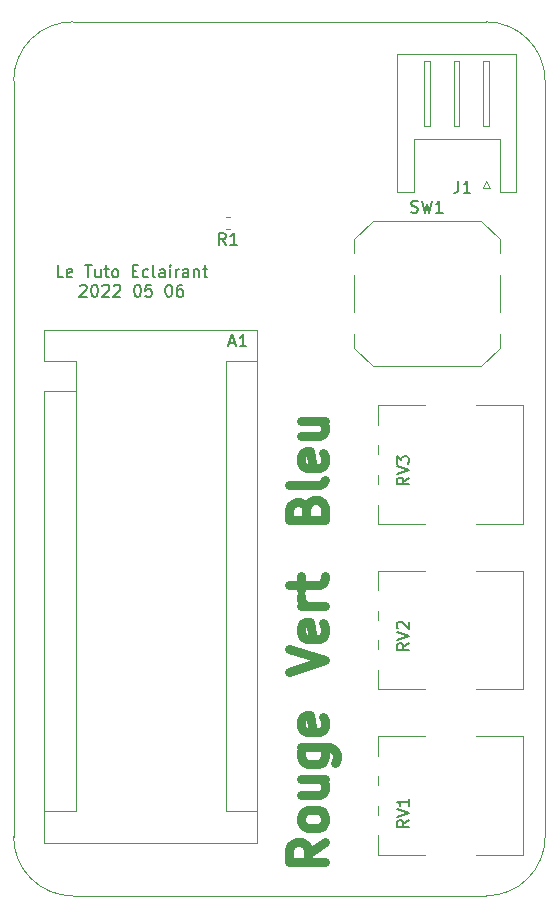
<source format=gbr>
%TF.GenerationSoftware,KiCad,Pcbnew,(5.1.10)-1*%
%TF.CreationDate,2022-05-06T17:00:31+02:00*%
%TF.ProjectId,LTE_HW,4c54455f-4857-42e6-9b69-6361645f7063,rev?*%
%TF.SameCoordinates,Original*%
%TF.FileFunction,Legend,Top*%
%TF.FilePolarity,Positive*%
%FSLAX46Y46*%
G04 Gerber Fmt 4.6, Leading zero omitted, Abs format (unit mm)*
G04 Created by KiCad (PCBNEW (5.1.10)-1) date 2022-05-06 17:00:31*
%MOMM*%
%LPD*%
G01*
G04 APERTURE LIST*
%TA.AperFunction,Profile*%
%ADD10C,0.050000*%
%TD*%
%ADD11C,0.750000*%
%ADD12C,0.150000*%
%ADD13C,0.120000*%
G04 APERTURE END LIST*
D10*
X150000000Y-145000000D02*
G75*
G02*
X145000000Y-150000000I-5000000J0D01*
G01*
X145000000Y-76000000D02*
G75*
G02*
X150000000Y-81000000I0J-5000000D01*
G01*
X105000000Y-81000000D02*
G75*
G02*
X110000000Y-76000000I5000000J0D01*
G01*
X110000000Y-150000000D02*
G75*
G02*
X105000000Y-145000000I0J5000000D01*
G01*
D11*
X128357142Y-131071428D02*
X131357142Y-130071428D01*
X128357142Y-129071428D01*
X131214285Y-126928571D02*
X131357142Y-127214285D01*
X131357142Y-127785714D01*
X131214285Y-128071428D01*
X130928571Y-128214285D01*
X129785714Y-128214285D01*
X129500000Y-128071428D01*
X129357142Y-127785714D01*
X129357142Y-127214285D01*
X129500000Y-126928571D01*
X129785714Y-126785714D01*
X130071428Y-126785714D01*
X130357142Y-128214285D01*
X131357142Y-125500000D02*
X129357142Y-125500000D01*
X129928571Y-125500000D02*
X129642857Y-125357142D01*
X129500000Y-125214285D01*
X129357142Y-124928571D01*
X129357142Y-124642857D01*
X129357142Y-124071428D02*
X129357142Y-122928571D01*
X128357142Y-123642857D02*
X130928571Y-123642857D01*
X131214285Y-123500000D01*
X131357142Y-123214285D01*
X131357142Y-122928571D01*
X129785714Y-117214285D02*
X129928571Y-116785714D01*
X130071428Y-116642857D01*
X130357142Y-116500000D01*
X130785714Y-116500000D01*
X131071428Y-116642857D01*
X131214285Y-116785714D01*
X131357142Y-117071428D01*
X131357142Y-118214285D01*
X128357142Y-118214285D01*
X128357142Y-117214285D01*
X128500000Y-116928571D01*
X128642857Y-116785714D01*
X128928571Y-116642857D01*
X129214285Y-116642857D01*
X129500000Y-116785714D01*
X129642857Y-116928571D01*
X129785714Y-117214285D01*
X129785714Y-118214285D01*
X131357142Y-114785714D02*
X131214285Y-115071428D01*
X130928571Y-115214285D01*
X128357142Y-115214285D01*
X131214285Y-112500000D02*
X131357142Y-112785714D01*
X131357142Y-113357142D01*
X131214285Y-113642857D01*
X130928571Y-113785714D01*
X129785714Y-113785714D01*
X129500000Y-113642857D01*
X129357142Y-113357142D01*
X129357142Y-112785714D01*
X129500000Y-112500000D01*
X129785714Y-112357142D01*
X130071428Y-112357142D01*
X130357142Y-113785714D01*
X129357142Y-109785714D02*
X131357142Y-109785714D01*
X129357142Y-111071428D02*
X130928571Y-111071428D01*
X131214285Y-110928571D01*
X131357142Y-110642857D01*
X131357142Y-110214285D01*
X131214285Y-109928571D01*
X131071428Y-109785714D01*
X131357142Y-145428571D02*
X129928571Y-146428571D01*
X131357142Y-147142857D02*
X128357142Y-147142857D01*
X128357142Y-146000000D01*
X128500000Y-145714285D01*
X128642857Y-145571428D01*
X128928571Y-145428571D01*
X129357142Y-145428571D01*
X129642857Y-145571428D01*
X129785714Y-145714285D01*
X129928571Y-146000000D01*
X129928571Y-147142857D01*
X131357142Y-143714285D02*
X131214285Y-144000000D01*
X131071428Y-144142857D01*
X130785714Y-144285714D01*
X129928571Y-144285714D01*
X129642857Y-144142857D01*
X129500000Y-144000000D01*
X129357142Y-143714285D01*
X129357142Y-143285714D01*
X129500000Y-143000000D01*
X129642857Y-142857142D01*
X129928571Y-142714285D01*
X130785714Y-142714285D01*
X131071428Y-142857142D01*
X131214285Y-143000000D01*
X131357142Y-143285714D01*
X131357142Y-143714285D01*
X129357142Y-140142857D02*
X131357142Y-140142857D01*
X129357142Y-141428571D02*
X130928571Y-141428571D01*
X131214285Y-141285714D01*
X131357142Y-141000000D01*
X131357142Y-140571428D01*
X131214285Y-140285714D01*
X131071428Y-140142857D01*
X129357142Y-137428571D02*
X131785714Y-137428571D01*
X132071428Y-137571428D01*
X132214285Y-137714285D01*
X132357142Y-138000000D01*
X132357142Y-138428571D01*
X132214285Y-138714285D01*
X131214285Y-137428571D02*
X131357142Y-137714285D01*
X131357142Y-138285714D01*
X131214285Y-138571428D01*
X131071428Y-138714285D01*
X130785714Y-138857142D01*
X129928571Y-138857142D01*
X129642857Y-138714285D01*
X129500000Y-138571428D01*
X129357142Y-138285714D01*
X129357142Y-137714285D01*
X129500000Y-137428571D01*
X131214285Y-134857142D02*
X131357142Y-135142857D01*
X131357142Y-135714285D01*
X131214285Y-136000000D01*
X130928571Y-136142857D01*
X129785714Y-136142857D01*
X129500000Y-136000000D01*
X129357142Y-135714285D01*
X129357142Y-135142857D01*
X129500000Y-134857142D01*
X129785714Y-134714285D01*
X130071428Y-134714285D01*
X130357142Y-136142857D01*
D10*
X145000000Y-76000000D02*
X110000000Y-76000000D01*
X150000000Y-145000000D02*
X150000000Y-81000000D01*
X110000000Y-150000000D02*
X145000000Y-150000000D01*
X105000000Y-81000000D02*
X105000000Y-145000000D01*
D12*
X109214285Y-97627380D02*
X108738095Y-97627380D01*
X108738095Y-96627380D01*
X109928571Y-97579761D02*
X109833333Y-97627380D01*
X109642857Y-97627380D01*
X109547619Y-97579761D01*
X109500000Y-97484523D01*
X109500000Y-97103571D01*
X109547619Y-97008333D01*
X109642857Y-96960714D01*
X109833333Y-96960714D01*
X109928571Y-97008333D01*
X109976190Y-97103571D01*
X109976190Y-97198809D01*
X109500000Y-97294047D01*
X111023809Y-96627380D02*
X111595238Y-96627380D01*
X111309523Y-97627380D02*
X111309523Y-96627380D01*
X112357142Y-96960714D02*
X112357142Y-97627380D01*
X111928571Y-96960714D02*
X111928571Y-97484523D01*
X111976190Y-97579761D01*
X112071428Y-97627380D01*
X112214285Y-97627380D01*
X112309523Y-97579761D01*
X112357142Y-97532142D01*
X112690476Y-96960714D02*
X113071428Y-96960714D01*
X112833333Y-96627380D02*
X112833333Y-97484523D01*
X112880952Y-97579761D01*
X112976190Y-97627380D01*
X113071428Y-97627380D01*
X113547619Y-97627380D02*
X113452380Y-97579761D01*
X113404761Y-97532142D01*
X113357142Y-97436904D01*
X113357142Y-97151190D01*
X113404761Y-97055952D01*
X113452380Y-97008333D01*
X113547619Y-96960714D01*
X113690476Y-96960714D01*
X113785714Y-97008333D01*
X113833333Y-97055952D01*
X113880952Y-97151190D01*
X113880952Y-97436904D01*
X113833333Y-97532142D01*
X113785714Y-97579761D01*
X113690476Y-97627380D01*
X113547619Y-97627380D01*
X115071428Y-97103571D02*
X115404761Y-97103571D01*
X115547619Y-97627380D02*
X115071428Y-97627380D01*
X115071428Y-96627380D01*
X115547619Y-96627380D01*
X116404761Y-97579761D02*
X116309523Y-97627380D01*
X116119047Y-97627380D01*
X116023809Y-97579761D01*
X115976190Y-97532142D01*
X115928571Y-97436904D01*
X115928571Y-97151190D01*
X115976190Y-97055952D01*
X116023809Y-97008333D01*
X116119047Y-96960714D01*
X116309523Y-96960714D01*
X116404761Y-97008333D01*
X116976190Y-97627380D02*
X116880952Y-97579761D01*
X116833333Y-97484523D01*
X116833333Y-96627380D01*
X117785714Y-97627380D02*
X117785714Y-97103571D01*
X117738095Y-97008333D01*
X117642857Y-96960714D01*
X117452380Y-96960714D01*
X117357142Y-97008333D01*
X117785714Y-97579761D02*
X117690476Y-97627380D01*
X117452380Y-97627380D01*
X117357142Y-97579761D01*
X117309523Y-97484523D01*
X117309523Y-97389285D01*
X117357142Y-97294047D01*
X117452380Y-97246428D01*
X117690476Y-97246428D01*
X117785714Y-97198809D01*
X118261904Y-97627380D02*
X118261904Y-96960714D01*
X118261904Y-96627380D02*
X118214285Y-96675000D01*
X118261904Y-96722619D01*
X118309523Y-96675000D01*
X118261904Y-96627380D01*
X118261904Y-96722619D01*
X118738095Y-97627380D02*
X118738095Y-96960714D01*
X118738095Y-97151190D02*
X118785714Y-97055952D01*
X118833333Y-97008333D01*
X118928571Y-96960714D01*
X119023809Y-96960714D01*
X119785714Y-97627380D02*
X119785714Y-97103571D01*
X119738095Y-97008333D01*
X119642857Y-96960714D01*
X119452380Y-96960714D01*
X119357142Y-97008333D01*
X119785714Y-97579761D02*
X119690476Y-97627380D01*
X119452380Y-97627380D01*
X119357142Y-97579761D01*
X119309523Y-97484523D01*
X119309523Y-97389285D01*
X119357142Y-97294047D01*
X119452380Y-97246428D01*
X119690476Y-97246428D01*
X119785714Y-97198809D01*
X120261904Y-96960714D02*
X120261904Y-97627380D01*
X120261904Y-97055952D02*
X120309523Y-97008333D01*
X120404761Y-96960714D01*
X120547619Y-96960714D01*
X120642857Y-97008333D01*
X120690476Y-97103571D01*
X120690476Y-97627380D01*
X121023809Y-96960714D02*
X121404761Y-96960714D01*
X121166666Y-96627380D02*
X121166666Y-97484523D01*
X121214285Y-97579761D01*
X121309523Y-97627380D01*
X121404761Y-97627380D01*
X110619047Y-98372619D02*
X110666666Y-98325000D01*
X110761904Y-98277380D01*
X111000000Y-98277380D01*
X111095238Y-98325000D01*
X111142857Y-98372619D01*
X111190476Y-98467857D01*
X111190476Y-98563095D01*
X111142857Y-98705952D01*
X110571428Y-99277380D01*
X111190476Y-99277380D01*
X111809523Y-98277380D02*
X111904761Y-98277380D01*
X112000000Y-98325000D01*
X112047619Y-98372619D01*
X112095238Y-98467857D01*
X112142857Y-98658333D01*
X112142857Y-98896428D01*
X112095238Y-99086904D01*
X112047619Y-99182142D01*
X112000000Y-99229761D01*
X111904761Y-99277380D01*
X111809523Y-99277380D01*
X111714285Y-99229761D01*
X111666666Y-99182142D01*
X111619047Y-99086904D01*
X111571428Y-98896428D01*
X111571428Y-98658333D01*
X111619047Y-98467857D01*
X111666666Y-98372619D01*
X111714285Y-98325000D01*
X111809523Y-98277380D01*
X112523809Y-98372619D02*
X112571428Y-98325000D01*
X112666666Y-98277380D01*
X112904761Y-98277380D01*
X113000000Y-98325000D01*
X113047619Y-98372619D01*
X113095238Y-98467857D01*
X113095238Y-98563095D01*
X113047619Y-98705952D01*
X112476190Y-99277380D01*
X113095238Y-99277380D01*
X113476190Y-98372619D02*
X113523809Y-98325000D01*
X113619047Y-98277380D01*
X113857142Y-98277380D01*
X113952380Y-98325000D01*
X114000000Y-98372619D01*
X114047619Y-98467857D01*
X114047619Y-98563095D01*
X114000000Y-98705952D01*
X113428571Y-99277380D01*
X114047619Y-99277380D01*
X115428571Y-98277380D02*
X115523809Y-98277380D01*
X115619047Y-98325000D01*
X115666666Y-98372619D01*
X115714285Y-98467857D01*
X115761904Y-98658333D01*
X115761904Y-98896428D01*
X115714285Y-99086904D01*
X115666666Y-99182142D01*
X115619047Y-99229761D01*
X115523809Y-99277380D01*
X115428571Y-99277380D01*
X115333333Y-99229761D01*
X115285714Y-99182142D01*
X115238095Y-99086904D01*
X115190476Y-98896428D01*
X115190476Y-98658333D01*
X115238095Y-98467857D01*
X115285714Y-98372619D01*
X115333333Y-98325000D01*
X115428571Y-98277380D01*
X116666666Y-98277380D02*
X116190476Y-98277380D01*
X116142857Y-98753571D01*
X116190476Y-98705952D01*
X116285714Y-98658333D01*
X116523809Y-98658333D01*
X116619047Y-98705952D01*
X116666666Y-98753571D01*
X116714285Y-98848809D01*
X116714285Y-99086904D01*
X116666666Y-99182142D01*
X116619047Y-99229761D01*
X116523809Y-99277380D01*
X116285714Y-99277380D01*
X116190476Y-99229761D01*
X116142857Y-99182142D01*
X118095238Y-98277380D02*
X118190476Y-98277380D01*
X118285714Y-98325000D01*
X118333333Y-98372619D01*
X118380952Y-98467857D01*
X118428571Y-98658333D01*
X118428571Y-98896428D01*
X118380952Y-99086904D01*
X118333333Y-99182142D01*
X118285714Y-99229761D01*
X118190476Y-99277380D01*
X118095238Y-99277380D01*
X118000000Y-99229761D01*
X117952380Y-99182142D01*
X117904761Y-99086904D01*
X117857142Y-98896428D01*
X117857142Y-98658333D01*
X117904761Y-98467857D01*
X117952380Y-98372619D01*
X118000000Y-98325000D01*
X118095238Y-98277380D01*
X119285714Y-98277380D02*
X119095238Y-98277380D01*
X119000000Y-98325000D01*
X118952380Y-98372619D01*
X118857142Y-98515476D01*
X118809523Y-98705952D01*
X118809523Y-99086904D01*
X118857142Y-99182142D01*
X118904761Y-99229761D01*
X119000000Y-99277380D01*
X119190476Y-99277380D01*
X119285714Y-99229761D01*
X119333333Y-99182142D01*
X119380952Y-99086904D01*
X119380952Y-98848809D01*
X119333333Y-98753571D01*
X119285714Y-98705952D01*
X119190476Y-98658333D01*
X119000000Y-98658333D01*
X118904761Y-98705952D01*
X118857142Y-98753571D01*
X118809523Y-98848809D01*
D13*
%TO.C,A1*%
X125640000Y-102060000D02*
X107600000Y-102060000D01*
X125640000Y-145500000D02*
X125640000Y-102060000D01*
X107600000Y-145500000D02*
X125640000Y-145500000D01*
X110270000Y-142830000D02*
X107600000Y-142830000D01*
X110270000Y-107270000D02*
X110270000Y-142830000D01*
X110270000Y-107270000D02*
X107600000Y-107270000D01*
X122970000Y-142830000D02*
X125640000Y-142830000D01*
X122970000Y-104730000D02*
X122970000Y-142830000D01*
X122970000Y-104730000D02*
X125640000Y-104730000D01*
X107600000Y-102060000D02*
X107600000Y-104730000D01*
X107600000Y-107270000D02*
X107600000Y-145500000D01*
X110270000Y-104730000D02*
X107600000Y-104730000D01*
X110270000Y-107270000D02*
X110270000Y-104730000D01*
%TO.C,J1*%
X144700000Y-90100000D02*
X145000000Y-89500000D01*
X145300000Y-90100000D02*
X144700000Y-90100000D01*
X145000000Y-89500000D02*
X145300000Y-90100000D01*
X139750000Y-84800000D02*
X140250000Y-84800000D01*
X139750000Y-79300000D02*
X139750000Y-84800000D01*
X140250000Y-79300000D02*
X139750000Y-79300000D01*
X140250000Y-84800000D02*
X140250000Y-79300000D01*
X142250000Y-84800000D02*
X142750000Y-84800000D01*
X142250000Y-79300000D02*
X142250000Y-84800000D01*
X142750000Y-79300000D02*
X142250000Y-79300000D01*
X142750000Y-84800000D02*
X142750000Y-79300000D01*
X144750000Y-84800000D02*
X145250000Y-84800000D01*
X144750000Y-79300000D02*
X144750000Y-84800000D01*
X145250000Y-79300000D02*
X144750000Y-79300000D01*
X145250000Y-84800000D02*
X145250000Y-79300000D01*
X138860000Y-85910000D02*
X142500000Y-85910000D01*
X138860000Y-90410000D02*
X138860000Y-85910000D01*
X137440000Y-90410000D02*
X138860000Y-90410000D01*
X137440000Y-78690000D02*
X137440000Y-90410000D01*
X142500000Y-78690000D02*
X137440000Y-78690000D01*
X146140000Y-85910000D02*
X142500000Y-85910000D01*
X146140000Y-90410000D02*
X146140000Y-85910000D01*
X147560000Y-90410000D02*
X146140000Y-90410000D01*
X147560000Y-78690000D02*
X147560000Y-90410000D01*
X142500000Y-78690000D02*
X147560000Y-78690000D01*
%TO.C,R1*%
X123296267Y-92490000D02*
X122953733Y-92490000D01*
X123296267Y-93510000D02*
X122953733Y-93510000D01*
%TO.C,SW1*%
X133800000Y-97450000D02*
X133800000Y-100550000D01*
X133800000Y-103600000D02*
X135400000Y-105150000D01*
X133800000Y-94400000D02*
X135400000Y-92850000D01*
X144600000Y-92850000D02*
X146200000Y-94400000D01*
X146200000Y-97450000D02*
X146200000Y-100550000D01*
X144600000Y-105150000D02*
X146200000Y-103600000D01*
X135400000Y-92850000D02*
X144600000Y-92850000D01*
X135400000Y-105150000D02*
X144600000Y-105150000D01*
X133800000Y-95550000D02*
X133800000Y-94400000D01*
X146200000Y-95550000D02*
X146200000Y-94400000D01*
X146200000Y-102450000D02*
X146200000Y-103600000D01*
X133800000Y-102450000D02*
X133800000Y-103600000D01*
%TO.C,RV1*%
X135880000Y-136479000D02*
X139817000Y-136479000D01*
X144184000Y-136479000D02*
X148120000Y-136479000D01*
X135880000Y-146520000D02*
X139817000Y-146520000D01*
X144184000Y-146520000D02*
X148120000Y-146520000D01*
X135880000Y-136479000D02*
X135880000Y-138129000D01*
X135880000Y-139871000D02*
X135880000Y-140630000D01*
X135880000Y-142371000D02*
X135880000Y-143130000D01*
X135880000Y-144870000D02*
X135880000Y-146520000D01*
X148120000Y-136479000D02*
X148120000Y-146520000D01*
%TO.C,RV2*%
X148120000Y-122479000D02*
X148120000Y-132520000D01*
X135880000Y-130870000D02*
X135880000Y-132520000D01*
X135880000Y-128371000D02*
X135880000Y-129130000D01*
X135880000Y-125871000D02*
X135880000Y-126630000D01*
X135880000Y-122479000D02*
X135880000Y-124129000D01*
X144184000Y-132520000D02*
X148120000Y-132520000D01*
X135880000Y-132520000D02*
X139817000Y-132520000D01*
X144184000Y-122479000D02*
X148120000Y-122479000D01*
X135880000Y-122479000D02*
X139817000Y-122479000D01*
%TO.C,RV3*%
X135880000Y-108479000D02*
X139817000Y-108479000D01*
X144184000Y-108479000D02*
X148120000Y-108479000D01*
X135880000Y-118520000D02*
X139817000Y-118520000D01*
X144184000Y-118520000D02*
X148120000Y-118520000D01*
X135880000Y-108479000D02*
X135880000Y-110129000D01*
X135880000Y-111871000D02*
X135880000Y-112630000D01*
X135880000Y-114371000D02*
X135880000Y-115130000D01*
X135880000Y-116870000D02*
X135880000Y-118520000D01*
X148120000Y-108479000D02*
X148120000Y-118520000D01*
%TD*%
%TO.C,A1*%
D12*
X123285714Y-103166666D02*
X123761904Y-103166666D01*
X123190476Y-103452380D02*
X123523809Y-102452380D01*
X123857142Y-103452380D01*
X124714285Y-103452380D02*
X124142857Y-103452380D01*
X124428571Y-103452380D02*
X124428571Y-102452380D01*
X124333333Y-102595238D01*
X124238095Y-102690476D01*
X124142857Y-102738095D01*
%TO.C,J1*%
X142666666Y-89452380D02*
X142666666Y-90166666D01*
X142619047Y-90309523D01*
X142523809Y-90404761D01*
X142380952Y-90452380D01*
X142285714Y-90452380D01*
X143666666Y-90452380D02*
X143095238Y-90452380D01*
X143380952Y-90452380D02*
X143380952Y-89452380D01*
X143285714Y-89595238D01*
X143190476Y-89690476D01*
X143095238Y-89738095D01*
%TO.C,R1*%
X122958333Y-94882380D02*
X122625000Y-94406190D01*
X122386904Y-94882380D02*
X122386904Y-93882380D01*
X122767857Y-93882380D01*
X122863095Y-93930000D01*
X122910714Y-93977619D01*
X122958333Y-94072857D01*
X122958333Y-94215714D01*
X122910714Y-94310952D01*
X122863095Y-94358571D01*
X122767857Y-94406190D01*
X122386904Y-94406190D01*
X123910714Y-94882380D02*
X123339285Y-94882380D01*
X123625000Y-94882380D02*
X123625000Y-93882380D01*
X123529761Y-94025238D01*
X123434523Y-94120476D01*
X123339285Y-94168095D01*
%TO.C,SW1*%
X138666666Y-92104761D02*
X138809523Y-92152380D01*
X139047619Y-92152380D01*
X139142857Y-92104761D01*
X139190476Y-92057142D01*
X139238095Y-91961904D01*
X139238095Y-91866666D01*
X139190476Y-91771428D01*
X139142857Y-91723809D01*
X139047619Y-91676190D01*
X138857142Y-91628571D01*
X138761904Y-91580952D01*
X138714285Y-91533333D01*
X138666666Y-91438095D01*
X138666666Y-91342857D01*
X138714285Y-91247619D01*
X138761904Y-91200000D01*
X138857142Y-91152380D01*
X139095238Y-91152380D01*
X139238095Y-91200000D01*
X139571428Y-91152380D02*
X139809523Y-92152380D01*
X140000000Y-91438095D01*
X140190476Y-92152380D01*
X140428571Y-91152380D01*
X141333333Y-92152380D02*
X140761904Y-92152380D01*
X141047619Y-92152380D02*
X141047619Y-91152380D01*
X140952380Y-91295238D01*
X140857142Y-91390476D01*
X140761904Y-91438095D01*
%TO.C,RV1*%
X138452380Y-143595238D02*
X137976190Y-143928571D01*
X138452380Y-144166666D02*
X137452380Y-144166666D01*
X137452380Y-143785714D01*
X137500000Y-143690476D01*
X137547619Y-143642857D01*
X137642857Y-143595238D01*
X137785714Y-143595238D01*
X137880952Y-143642857D01*
X137928571Y-143690476D01*
X137976190Y-143785714D01*
X137976190Y-144166666D01*
X137452380Y-143309523D02*
X138452380Y-142976190D01*
X137452380Y-142642857D01*
X138452380Y-141785714D02*
X138452380Y-142357142D01*
X138452380Y-142071428D02*
X137452380Y-142071428D01*
X137595238Y-142166666D01*
X137690476Y-142261904D01*
X137738095Y-142357142D01*
%TO.C,RV2*%
X138452380Y-128595238D02*
X137976190Y-128928571D01*
X138452380Y-129166666D02*
X137452380Y-129166666D01*
X137452380Y-128785714D01*
X137500000Y-128690476D01*
X137547619Y-128642857D01*
X137642857Y-128595238D01*
X137785714Y-128595238D01*
X137880952Y-128642857D01*
X137928571Y-128690476D01*
X137976190Y-128785714D01*
X137976190Y-129166666D01*
X137452380Y-128309523D02*
X138452380Y-127976190D01*
X137452380Y-127642857D01*
X137547619Y-127357142D02*
X137500000Y-127309523D01*
X137452380Y-127214285D01*
X137452380Y-126976190D01*
X137500000Y-126880952D01*
X137547619Y-126833333D01*
X137642857Y-126785714D01*
X137738095Y-126785714D01*
X137880952Y-126833333D01*
X138452380Y-127404761D01*
X138452380Y-126785714D01*
%TO.C,RV3*%
X138452380Y-114595238D02*
X137976190Y-114928571D01*
X138452380Y-115166666D02*
X137452380Y-115166666D01*
X137452380Y-114785714D01*
X137500000Y-114690476D01*
X137547619Y-114642857D01*
X137642857Y-114595238D01*
X137785714Y-114595238D01*
X137880952Y-114642857D01*
X137928571Y-114690476D01*
X137976190Y-114785714D01*
X137976190Y-115166666D01*
X137452380Y-114309523D02*
X138452380Y-113976190D01*
X137452380Y-113642857D01*
X137452380Y-113404761D02*
X137452380Y-112785714D01*
X137833333Y-113119047D01*
X137833333Y-112976190D01*
X137880952Y-112880952D01*
X137928571Y-112833333D01*
X138023809Y-112785714D01*
X138261904Y-112785714D01*
X138357142Y-112833333D01*
X138404761Y-112880952D01*
X138452380Y-112976190D01*
X138452380Y-113261904D01*
X138404761Y-113357142D01*
X138357142Y-113404761D01*
%TD*%
M02*

</source>
